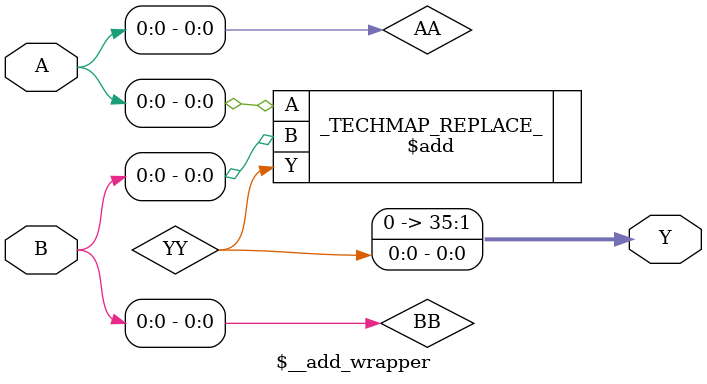
<source format=v>
module $__MULT9X9_wrapper(A, B, Y);
parameter A_SIGNED = 0;
parameter B_SIGNED = 0;
parameter A_WIDTH = 1;
parameter B_WIDTH = 1;
parameter Y_WIDTH = 1;
input [8:0] A;
input [8:0] B;
output [35:0] Y;
wire [A_WIDTH-1:0] AA=A;
wire [B_WIDTH-1:0] BB=B;
wire [Y_WIDTH-1:0] YY;
assign Y=YY;
\$__MULT9X9 #(
   .A_SIGNED(A_SIGNED),
   .B_SIGNED(B_SIGNED),
   .A_WIDTH(A_WIDTH),
   .B_WIDTH(B_WIDTH),
   .Y_WIDTH(Y_WIDTH)

) _TECHMAP_REPLACE_ (
    .A(AA),
    .B(BB),
    .Y(YY)
);
endmodule
module $__add_wrapper (A, B, Y);
parameter A_SIGNED = 0;
parameter B_SIGNED = 0;
parameter A_WIDTH = 1;
parameter B_WIDTH = 1;
parameter Y_WIDTH = 1;
input [35:0] A;
input [35:0] B;
output [35:0] Y;
wire [A_WIDTH-1:0] AA=A;
wire [B_WIDTH-1:0] BB=B;
wire [Y_WIDTH-1:0] YY;
assign Y=YY;

\$add #(
   .A_SIGNED(A_SIGNED),
   .B_SIGNED(B_SIGNED),
   .A_WIDTH(A_WIDTH),
   .B_WIDTH(B_WIDTH),
   .Y_WIDTH(Y_WIDTH)

) _TECHMAP_REPLACE_ (
    .A(AA),
    .B(BB),
    .Y(YY)
);
endmodule

</source>
